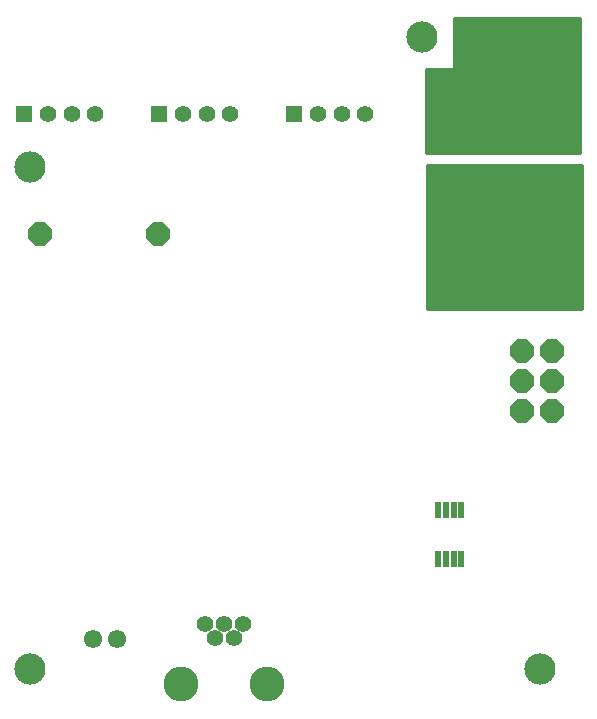
<source format=gbs>
G75*
%MOIN*%
%OFA0B0*%
%FSLAX24Y24*%
%IPPOS*%
%LPD*%
%AMOC8*
5,1,8,0,0,1.08239X$1,22.5*
%
%ADD10C,0.1040*%
%ADD11C,0.0100*%
%ADD12OC8,0.0800*%
%ADD13OC8,0.0780*%
%ADD14C,0.0555*%
%ADD15C,0.1162*%
%ADD16R,0.0217X0.0552*%
%ADD17R,0.0555X0.0555*%
%ADD18C,0.0610*%
%ADD19C,0.2340*%
D10*
X006833Y007000D03*
X023833Y007000D03*
X006833Y023736D03*
X019912Y028067D03*
D11*
X020983Y028057D02*
X025183Y028057D01*
X025183Y028155D02*
X020983Y028155D01*
X020983Y028254D02*
X025183Y028254D01*
X025183Y028352D02*
X020983Y028352D01*
X020983Y028451D02*
X025183Y028451D01*
X025183Y028549D02*
X020983Y028549D01*
X020983Y028648D02*
X025183Y028648D01*
X025183Y028700D02*
X025183Y024200D01*
X020033Y024200D01*
X020033Y027000D01*
X020983Y027000D01*
X020983Y028700D01*
X025183Y028700D01*
X025183Y027958D02*
X020983Y027958D01*
X020983Y027860D02*
X025183Y027860D01*
X025183Y027761D02*
X020983Y027761D01*
X020983Y027663D02*
X025183Y027663D01*
X025183Y027564D02*
X020983Y027564D01*
X020983Y027466D02*
X025183Y027466D01*
X025183Y027367D02*
X020983Y027367D01*
X020983Y027269D02*
X025183Y027269D01*
X025183Y027170D02*
X020983Y027170D01*
X020983Y027072D02*
X025183Y027072D01*
X025183Y026973D02*
X020033Y026973D01*
X020033Y026875D02*
X025183Y026875D01*
X025183Y026776D02*
X020033Y026776D01*
X020033Y026678D02*
X025183Y026678D01*
X025183Y026579D02*
X020033Y026579D01*
X020033Y026481D02*
X025183Y026481D01*
X025183Y026382D02*
X020033Y026382D01*
X020033Y026284D02*
X025183Y026284D01*
X025183Y026185D02*
X020033Y026185D01*
X020033Y026087D02*
X025183Y026087D01*
X025183Y025988D02*
X020033Y025988D01*
X020033Y025890D02*
X025183Y025890D01*
X025183Y025791D02*
X020033Y025791D01*
X020033Y025693D02*
X025183Y025693D01*
X025183Y025594D02*
X020033Y025594D01*
X020033Y025496D02*
X025183Y025496D01*
X025183Y025397D02*
X020033Y025397D01*
X020033Y025299D02*
X025183Y025299D01*
X025183Y025200D02*
X020033Y025200D01*
X020033Y025102D02*
X025183Y025102D01*
X025183Y025003D02*
X020033Y025003D01*
X020033Y024905D02*
X025183Y024905D01*
X025183Y024806D02*
X020033Y024806D01*
X020033Y024708D02*
X025183Y024708D01*
X025183Y024609D02*
X020033Y024609D01*
X020033Y024511D02*
X025183Y024511D01*
X025183Y024412D02*
X020033Y024412D01*
X020033Y024314D02*
X025183Y024314D01*
X025183Y024215D02*
X020033Y024215D01*
X020083Y023800D02*
X020083Y019000D01*
X025233Y019000D01*
X025233Y023800D01*
X020083Y023800D01*
X020083Y023723D02*
X025233Y023723D01*
X025233Y023624D02*
X020083Y023624D01*
X020083Y023526D02*
X025233Y023526D01*
X025233Y023427D02*
X020083Y023427D01*
X020083Y023329D02*
X025233Y023329D01*
X025233Y023230D02*
X020083Y023230D01*
X020083Y023132D02*
X025233Y023132D01*
X025233Y023033D02*
X020083Y023033D01*
X020083Y022935D02*
X025233Y022935D01*
X025233Y022836D02*
X020083Y022836D01*
X020083Y022738D02*
X025233Y022738D01*
X025233Y022639D02*
X020083Y022639D01*
X020083Y022541D02*
X025233Y022541D01*
X025233Y022442D02*
X020083Y022442D01*
X020083Y022344D02*
X025233Y022344D01*
X025233Y022245D02*
X020083Y022245D01*
X020083Y022147D02*
X025233Y022147D01*
X025233Y022048D02*
X020083Y022048D01*
X020083Y021950D02*
X025233Y021950D01*
X025233Y021851D02*
X020083Y021851D01*
X020083Y021753D02*
X025233Y021753D01*
X025233Y021654D02*
X020083Y021654D01*
X020083Y021556D02*
X025233Y021556D01*
X025233Y021457D02*
X020083Y021457D01*
X020083Y021359D02*
X025233Y021359D01*
X025233Y021260D02*
X020083Y021260D01*
X020083Y021162D02*
X025233Y021162D01*
X025233Y021063D02*
X020083Y021063D01*
X020083Y020965D02*
X025233Y020965D01*
X025233Y020866D02*
X020083Y020866D01*
X020083Y020768D02*
X025233Y020768D01*
X025233Y020669D02*
X020083Y020669D01*
X020083Y020571D02*
X025233Y020571D01*
X025233Y020472D02*
X020083Y020472D01*
X020083Y020374D02*
X025233Y020374D01*
X025233Y020275D02*
X020083Y020275D01*
X020083Y020177D02*
X025233Y020177D01*
X025233Y020078D02*
X020083Y020078D01*
X020083Y019980D02*
X025233Y019980D01*
X025233Y019881D02*
X020083Y019881D01*
X020083Y019783D02*
X025233Y019783D01*
X025233Y019684D02*
X020083Y019684D01*
X020083Y019586D02*
X025233Y019586D01*
X025233Y019487D02*
X020083Y019487D01*
X020083Y019389D02*
X025233Y019389D01*
X025233Y019290D02*
X020083Y019290D01*
X020083Y019192D02*
X025233Y019192D01*
X025233Y019093D02*
X020083Y019093D01*
D12*
X011093Y021500D03*
X007156Y021500D03*
D13*
X023233Y017600D03*
X023233Y016600D03*
X023233Y015600D03*
X024233Y015600D03*
X024233Y016600D03*
X024233Y017600D03*
D14*
X018014Y025500D03*
X017227Y025500D03*
X016440Y025500D03*
X013514Y025500D03*
X012727Y025500D03*
X011940Y025500D03*
X009014Y025500D03*
X008227Y025500D03*
X007440Y025500D03*
X012688Y008508D03*
X013003Y008035D03*
X013318Y008508D03*
X013633Y008035D03*
X013948Y008508D03*
D15*
X014755Y006500D03*
X011881Y006500D03*
D16*
X020449Y010693D03*
X020705Y010693D03*
X020961Y010693D03*
X021217Y010693D03*
X021217Y012307D03*
X020961Y012307D03*
X020705Y012307D03*
X020449Y012307D03*
D17*
X015652Y025500D03*
X011152Y025500D03*
X006652Y025500D03*
D18*
X008940Y008000D03*
X009727Y008000D03*
D19*
X023333Y021000D03*
X023333Y027000D03*
M02*

</source>
